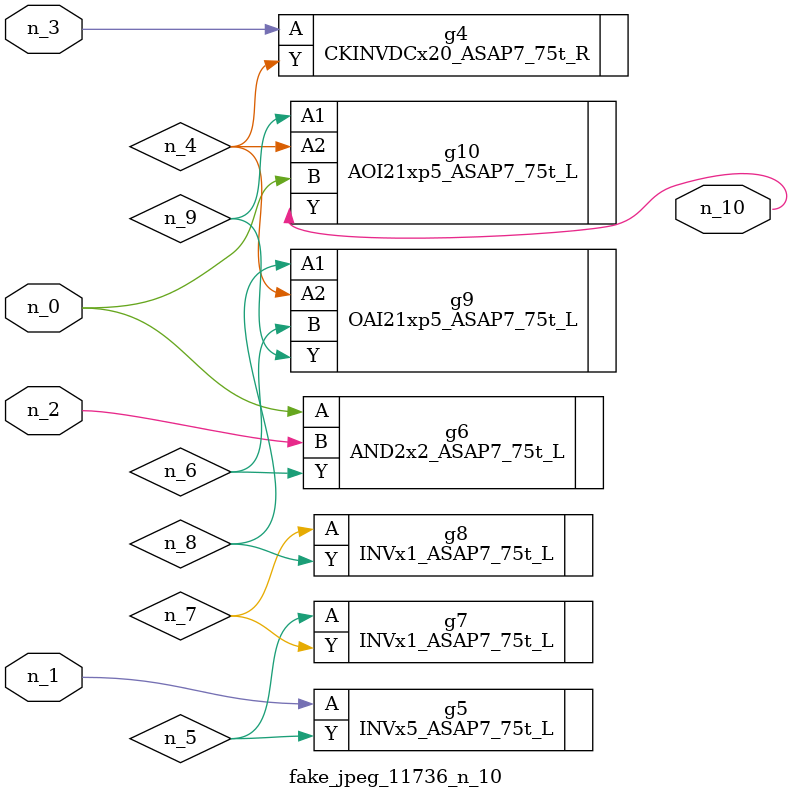
<source format=v>
module fake_jpeg_11736_n_10 (n_0, n_3, n_2, n_1, n_10);

input n_0;
input n_3;
input n_2;
input n_1;

output n_10;

wire n_4;
wire n_8;
wire n_9;
wire n_6;
wire n_5;
wire n_7;

CKINVDCx20_ASAP7_75t_R g4 ( 
.A(n_3),
.Y(n_4)
);

INVx5_ASAP7_75t_L g5 ( 
.A(n_1),
.Y(n_5)
);

AND2x2_ASAP7_75t_L g6 ( 
.A(n_0),
.B(n_2),
.Y(n_6)
);

INVx1_ASAP7_75t_L g7 ( 
.A(n_5),
.Y(n_7)
);

INVx1_ASAP7_75t_L g8 ( 
.A(n_7),
.Y(n_8)
);

OAI21xp5_ASAP7_75t_L g9 ( 
.A1(n_8),
.A2(n_4),
.B(n_6),
.Y(n_9)
);

AOI21xp5_ASAP7_75t_L g10 ( 
.A1(n_9),
.A2(n_4),
.B(n_0),
.Y(n_10)
);


endmodule
</source>
